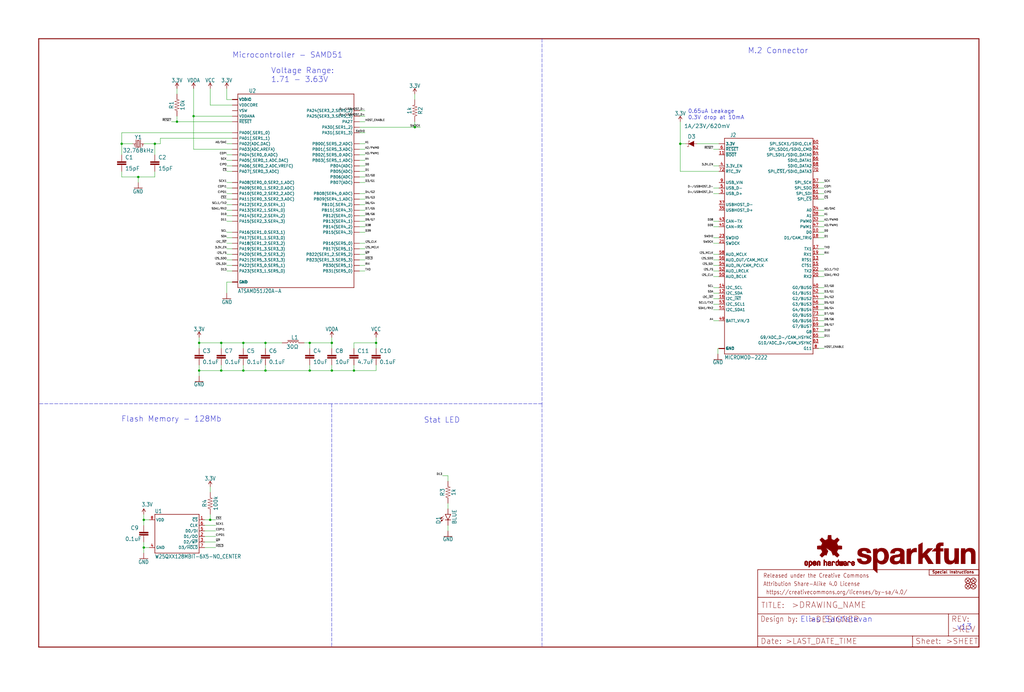
<source format=kicad_sch>
(kicad_sch (version 20211123) (generator eeschema)
  (paper "User" 470.306 317.906)
  (lib_symbols
    (symbol "schematicEagle-eagle-import:0.1UF-0402T-10V-10%-X7R"
      (property "Reference" "C" (at 1.524 2.921 0))
      (property "Value" "0.1UF-0402T-10V-10%-X7R" (at 1.524 -2.159 0))
      (symbol "0.1UF-0402T-10V-10%-X7R_1_0"
        (pin passive line (at 0 5.08 270) (length 2.54) (name "1") (number "1"))
        (pin passive line (at 0 -2.54 90) (length 2.54) (name "2") (number "2"))
      )
    )
    (symbol "schematicEagle-eagle-import:100KOHM-0402T-1{slash}16W-1%"
      (property "Reference" "R" (at 0 1.524 0))
      (property "Value" "100KOHM-0402T-1{slash}16W-1%" (at 0 -1.524 0))
      (symbol "100KOHM-0402T-1{slash}16W-1%_1_0"
        (pin passive line (at -5.08 0 0) (length 2.54) (name "1") (number "1"))
        (pin passive line (at 5.08 0 180) (length 2.54) (name "2") (number "2"))
      )
    )
    (symbol "schematicEagle-eagle-import:10KOHM-0402T-1{slash}16W-1%"
      (property "Reference" "R" (at 0 1.524 0))
      (property "Value" "10KOHM-0402T-1{slash}16W-1%" (at 0 -1.524 0))
      (symbol "10KOHM-0402T-1{slash}16W-1%_1_0"
        (pin passive line (at -5.08 0 0) (length 2.54) (name "1") (number "1"))
        (pin passive line (at 5.08 0 180) (length 2.54) (name "2") (number "2"))
      )
    )
    (symbol "schematicEagle-eagle-import:10UF-0402T-6.3V-20%"
      (property "Reference" "C" (at 1.524 2.921 0))
      (property "Value" "10UF-0402T-6.3V-20%" (at 1.524 -2.159 0))
      (symbol "10UF-0402T-6.3V-20%_1_0"
        (pin passive line (at 0 5.08 270) (length 2.54) (name "1") (number "1"))
        (pin passive line (at 0 -2.54 90) (length 2.54) (name "2") (number "2"))
      )
    )
    (symbol "schematicEagle-eagle-import:15PF-0402T-50V-5%"
      (property "Reference" "C" (at 1.524 2.921 0))
      (property "Value" "15PF-0402T-50V-5%" (at 1.524 -2.159 0))
      (symbol "15PF-0402T-50V-5%_1_0"
        (pin passive line (at 0 5.08 270) (length 2.54) (name "1") (number "1"))
        (pin passive line (at 0 -2.54 90) (length 2.54) (name "2") (number "2"))
      )
    )
    (symbol "schematicEagle-eagle-import:1KOHM-0402T-1{slash}16W-1%"
      (property "Reference" "R" (at 0 1.524 0))
      (property "Value" "1KOHM-0402T-1{slash}16W-1%" (at 0 -1.524 0))
      (symbol "1KOHM-0402T-1{slash}16W-1%_1_0"
        (pin passive line (at -5.08 0 0) (length 2.54) (name "1") (number "1"))
        (pin passive line (at 5.08 0 180) (length 2.54) (name "2") (number "2"))
      )
    )
    (symbol "schematicEagle-eagle-import:3.3V" (power)
      (property "Value" "3.3V" (at 0 2.794 0))
      (symbol "3.3V_1_0"
        (pin power_in line (at 0 0 90) (length 2.54) (name "3.3V") (number "1"))
      )
    )
    (symbol "schematicEagle-eagle-import:4.7UF-0402_TIGHT-6.3V-20%-X5R"
      (property "Reference" "C" (at 1.524 2.921 0))
      (property "Value" "4.7UF-0402_TIGHT-6.3V-20%-X5R" (at 1.524 -2.159 0))
      (symbol "4.7UF-0402_TIGHT-6.3V-20%-X5R_1_0"
        (pin passive line (at 0 5.08 270) (length 2.54) (name "1") (number "1"))
        (pin passive line (at 0 -2.54 90) (length 2.54) (name "2") (number "2"))
      )
    )
    (symbol "schematicEagle-eagle-import:ATSAMD51J20A-A"
      (property "Reference" "U" (at -27.94 41.148 0))
      (property "Value" "ATSAMD51J20A-A" (at -27.94 -50.8 0))
      (symbol "ATSAMD51J20A-A_1_0"
        (text "~" (at 17.78 27.94 0) (effects (font (size 0.508 0.4318)) (justify right)))
        (pin bidirectional line (at -30.48 22.86 0) (length 2.54) (name "PA00(,SER1_0)") (number "1"))
        (pin bidirectional line (at 27.94 0 180) (length 2.54) (name "PB07(ADC)") (number "10"))
        (pin bidirectional line (at 27.94 -5.08 180) (length 2.54) (name "PB08(SER4_0,ADC)") (number "11"))
        (pin bidirectional line (at 27.94 -7.62 180) (length 2.54) (name "PB09(SER4_1,ADC)") (number "12"))
        (pin bidirectional line (at -30.48 12.7 0) (length 2.54) (name "PA04(SER0_0,ADC)") (number "13"))
        (pin bidirectional line (at -30.48 10.16 0) (length 2.54) (name "PA05(,SER0_1,ADC,DAC)") (number "14"))
        (pin bidirectional line (at -30.48 7.62 0) (length 2.54) (name "PA06(,SER0_2,ADC,VREFC)") (number "15"))
        (pin bidirectional line (at -30.48 5.08 0) (length 2.54) (name "PA07(,SER0_3,ADC)") (number "16"))
        (pin bidirectional line (at -30.48 0 0) (length 2.54) (name "PA08(SER0_0,SER2_1,ADC)") (number "17"))
        (pin bidirectional line (at -30.48 -2.54 0) (length 2.54) (name "PA09(SER0_1,SER2_0,ADC)") (number "18"))
        (pin bidirectional line (at -30.48 -5.08 0) (length 2.54) (name "PA10(SER0_2,SER2_2,ADC)") (number "19"))
        (pin bidirectional line (at -30.48 20.32 0) (length 2.54) (name "PA01(,SER1_1)") (number "2"))
        (pin bidirectional line (at -30.48 -7.62 0) (length 2.54) (name "PA11(SER0_3,SER2_3,ADC)") (number "20"))
        (pin bidirectional line (at -30.48 38.1 0) (length 2.54) (name "VDDIO") (number "21"))
        (pin bidirectional line (at -30.48 -45.72 0) (length 2.54) (name "GND") (number "22"))
        (pin bidirectional line (at 27.94 -10.16 180) (length 2.54) (name "PB10(,SER4_2)") (number "23"))
        (pin bidirectional line (at 27.94 -12.7 180) (length 2.54) (name "PB11(,SER4_3)") (number "24"))
        (pin bidirectional line (at 27.94 -15.24 180) (length 2.54) (name "PB12(SER4_0)") (number "25"))
        (pin bidirectional line (at 27.94 -17.78 180) (length 2.54) (name "PB13(SER4_1)") (number "26"))
        (pin bidirectional line (at 27.94 -20.32 180) (length 2.54) (name "PB14(SER4_2)") (number "27"))
        (pin bidirectional line (at 27.94 -22.86 180) (length 2.54) (name "PB15(SER4_3)") (number "28"))
        (pin bidirectional line (at -30.48 -10.16 0) (length 2.54) (name "PA12(SER2_0,SER4_1)") (number "29"))
        (pin bidirectional line (at -30.48 17.78 0) (length 2.54) (name "PA02(ADC,DAC)") (number "3"))
        (pin bidirectional line (at -30.48 -12.7 0) (length 2.54) (name "PA13(SER2_1,SER4_0)") (number "30"))
        (pin bidirectional line (at -30.48 -15.24 0) (length 2.54) (name "PA14(SER2_2,SER4_2)") (number "31"))
        (pin bidirectional line (at -30.48 -17.78 0) (length 2.54) (name "PA15(SER2_3,SER4_3)") (number "32"))
        (pin bidirectional line (at -30.48 -45.72 0) (length 2.54) (name "GND") (number "33"))
        (pin bidirectional line (at -30.48 38.1 0) (length 2.54) (name "VDDIO") (number "34"))
        (pin bidirectional line (at -30.48 -22.86 0) (length 2.54) (name "PA16(SER1_0,SER3_1)") (number "35"))
        (pin bidirectional line (at -30.48 -25.4 0) (length 2.54) (name "PA17(SER1_1,SER3_0)") (number "36"))
        (pin bidirectional line (at -30.48 -27.94 0) (length 2.54) (name "PA18(SER1_2,SER3_2)") (number "37"))
        (pin bidirectional line (at -30.48 -30.48 0) (length 2.54) (name "PA19(SER1_3,SER3_3)") (number "38"))
        (pin bidirectional line (at 27.94 -27.94 180) (length 2.54) (name "PB16(SER5_0)") (number "39"))
        (pin bidirectional line (at -30.48 15.24 0) (length 2.54) (name "PA03(ADC,AREFA)") (number "4"))
        (pin bidirectional line (at 27.94 -30.48 180) (length 2.54) (name "PB17(SER5_1)") (number "40"))
        (pin bidirectional line (at -30.48 -33.02 0) (length 2.54) (name "PA20(SER5_2,SER3_2)") (number "41"))
        (pin bidirectional line (at -30.48 -35.56 0) (length 2.54) (name "PA21(SER5_3,SER3_3)") (number "42"))
        (pin bidirectional line (at -30.48 -38.1 0) (length 2.54) (name "PA22(SER3_0,SER5_1)") (number "43"))
        (pin bidirectional line (at -30.48 -40.64 0) (length 2.54) (name "PA23(SER3_1,SER5_0)") (number "44"))
        (pin bidirectional line (at 27.94 33.02 180) (length 2.54) (name "PA24(SER3_2,SER5_2)") (number "45"))
        (pin bidirectional line (at 27.94 30.48 180) (length 2.54) (name "PA25(SER3_3,SER5_3)") (number "46"))
        (pin bidirectional line (at -30.48 -45.72 0) (length 2.54) (name "GND") (number "47"))
        (pin bidirectional line (at -30.48 38.1 0) (length 2.54) (name "VDDIO") (number "48"))
        (pin bidirectional line (at 27.94 -33.02 180) (length 2.54) (name "PB22(SER1_2,SER5_2)") (number "49"))
        (pin bidirectional line (at 27.94 7.62 180) (length 2.54) (name "PB04(ADC)") (number "5"))
        (pin bidirectional line (at 27.94 -35.56 180) (length 2.54) (name "PB23(SER1_3,SER5_3)") (number "50"))
        (pin bidirectional line (at 27.94 27.94 180) (length 2.54) (name "PA27") (number "51"))
        (pin bidirectional line (at -30.48 27.94 0) (length 2.54) (name "~{RESET}") (number "52"))
        (pin bidirectional line (at -30.48 35.56 0) (length 2.54) (name "VDDCORE") (number "53"))
        (pin bidirectional line (at -30.48 -45.72 0) (length 2.54) (name "GND") (number "54"))
        (pin bidirectional line (at -30.48 33.02 0) (length 2.54) (name "VSW") (number "55"))
        (pin bidirectional line (at -30.48 38.1 0) (length 2.54) (name "VDDIO") (number "56"))
        (pin bidirectional line (at 27.94 25.4 180) (length 2.54) (name "PA30(,SER1_2)") (number "57"))
        (pin bidirectional line (at 27.94 22.86 180) (length 2.54) (name "PA31(,SER1_3)") (number "58"))
        (pin bidirectional line (at 27.94 -38.1 180) (length 2.54) (name "PB30(SER5_1)") (number "59"))
        (pin bidirectional line (at 27.94 5.08 180) (length 2.54) (name "PB05(ADC)") (number "6"))
        (pin bidirectional line (at 27.94 -40.64 180) (length 2.54) (name "PB31(SER5_0)") (number "60"))
        (pin bidirectional line (at 27.94 17.78 180) (length 2.54) (name "PB00(,SER5_2,ADC)") (number "61"))
        (pin bidirectional line (at 27.94 15.24 180) (length 2.54) (name "PB01(,SER5_3,ADC)") (number "62"))
        (pin bidirectional line (at 27.94 12.7 180) (length 2.54) (name "PB02(,SER5_0,ADC)") (number "63"))
        (pin bidirectional line (at 27.94 10.16 180) (length 2.54) (name "PB03(,SER5_1,ADC)") (number "64"))
        (pin bidirectional line (at -30.48 -45.72 0) (length 2.54) (name "GND") (number "7"))
        (pin bidirectional line (at -30.48 30.48 0) (length 2.54) (name "VDDANA") (number "8"))
        (pin bidirectional line (at 27.94 2.54 180) (length 2.54) (name "PB06(ADC)") (number "9"))
      )
    )
    (symbol "schematicEagle-eagle-import:CRYSTAL-32.768KHZSMD-3.2X1.5"
      (property "Reference" "Y" (at 0 2.032 0))
      (property "Value" "CRYSTAL-32.768KHZSMD-3.2X1.5" (at 0 -2.032 0))
      (symbol "CRYSTAL-32.768KHZSMD-3.2X1.5_1_0"
        (text "1" (at -2.159 -1.143 0) (effects (font (size 0.8636 0.734)) (justify left bottom)))
        (text "2" (at 1.524 -1.143 0) (effects (font (size 0.8636 0.734)) (justify left bottom)))
        (pin passive line (at -2.54 0 0) (length 0) (name "1") (number "P$1"))
        (pin passive line (at 2.54 0 180) (length 0) (name "2") (number "P$2"))
      )
    )
    (symbol "schematicEagle-eagle-import:DIODE-SCHOTTKY-BAT20J"
      (property "Reference" "D" (at -2.54 2.032 0))
      (property "Value" "DIODE-SCHOTTKY-BAT20J" (at -2.54 -2.032 0))
      (symbol "DIODE-SCHOTTKY-BAT20J_1_0"
        (pin passive line (at -2.54 0 0) (length 0) (name "A") (number "A"))
        (pin passive line (at 2.54 0 180) (length 0) (name "C") (number "C"))
      )
    )
    (symbol "schematicEagle-eagle-import:FERRITE_BEAD-0402-30Ω-100MHZ"
      (property "Reference" "FB" (at 1.27 2.54 0))
      (property "Value" "FERRITE_BEAD-0402-30Ω-100MHZ" (at 1.27 -2.54 0))
      (symbol "FERRITE_BEAD-0402-30Ω-100MHZ_1_0"
        (pin passive line (at 0 5.08 270) (length 2.54) (name "1") (number "1"))
        (pin passive line (at 0 -5.08 90) (length 2.54) (name "2") (number "2"))
      )
    )
    (symbol "schematicEagle-eagle-import:FIDUCIALUFIDUCIAL")
    (symbol "schematicEagle-eagle-import:FRAME-LEDGER"
      (symbol "FRAME-LEDGER_2_0"
        (text " https://creativecommons.org/licenses/by-sa/4.0/" (at 2.54 24.13 0) (effects (font (size 1.9304 1.6408)) (justify left bottom)))
        (text ">DESIGNER" (at 23.114 11.176 0) (effects (font (size 2.7432 2.7432)) (justify left bottom)))
        (text ">DRAWING_NAME" (at 15.494 17.78 0) (effects (font (size 2.7432 2.7432)) (justify left bottom)))
        (text ">LAST_DATE_TIME" (at 12.7 1.27 0) (effects (font (size 2.54 2.54)) (justify left bottom)))
        (text ">REV" (at 88.9 6.604 0) (effects (font (size 2.7432 2.7432)) (justify left bottom)))
        (text ">SHEET" (at 86.36 1.27 0) (effects (font (size 2.54 2.54)) (justify left bottom)))
        (text "Attribution Share-Alike 4.0 License" (at 2.54 27.94 0) (effects (font (size 1.9304 1.6408)) (justify left bottom)))
        (text "Date:" (at 1.27 1.27 0) (effects (font (size 2.54 2.54)) (justify left bottom)))
        (text "Design by:" (at 1.27 11.43 0) (effects (font (size 2.54 2.159)) (justify left bottom)))
        (text "Released under the Creative Commons" (at 2.54 31.75 0) (effects (font (size 1.9304 1.6408)) (justify left bottom)))
        (text "REV:" (at 88.9 11.43 0) (effects (font (size 2.54 2.54)) (justify left bottom)))
        (text "Sheet:" (at 72.39 1.27 0) (effects (font (size 2.54 2.54)) (justify left bottom)))
        (text "TITLE:" (at 1.524 17.78 0) (effects (font (size 2.54 2.54)) (justify left bottom)))
      )
    )
    (symbol "schematicEagle-eagle-import:GND" (power)
      (property "Value" "GND" (at 0 -0.254 0))
      (symbol "GND_1_0"
        (pin power_in line (at 0 2.54 270) (length 2.54) (name "GND") (number "1"))
      )
    )
    (symbol "schematicEagle-eagle-import:LED-BLUE0603"
      (property "Reference" "D" (at -3.429 -4.572 90))
      (property "Value" "LED-BLUE0603" (at 1.905 -4.572 90))
      (symbol "LED-BLUE0603_1_0"
        (pin passive line (at 0 2.54 270) (length 2.54) (name "A") (number "A"))
        (pin passive line (at 0 -5.08 90) (length 2.54) (name "C") (number "C"))
      )
    )
    (symbol "schematicEagle-eagle-import:MICROMOD-2222"
      (property "Reference" "J" (at -20.32 53.848 0))
      (property "Value" "MICROMOD-2222" (at -20.32 -48.26 0))
      (symbol "MICROMOD-2222_1_0"
        (pin bidirectional line (at -22.86 -43.18 0) (length 2.54) (name "GND") (number "1"))
        (pin bidirectional line (at 22.86 10.16 180) (length 2.54) (name "D0") (number "10"))
        (pin bidirectional line (at -22.86 45.72 0) (length 2.54) (name "~{BOOT}") (number "11"))
        (pin bidirectional line (at -22.86 -17.78 0) (length 2.54) (name "I2C_SDA") (number "12"))
        (pin bidirectional line (at 22.86 -2.54 180) (length 2.54) (name "RTS1") (number "13"))
        (pin bidirectional line (at -22.86 -15.24 0) (length 2.54) (name "I2C_SCL") (number "14"))
        (pin bidirectional line (at 22.86 -5.08 180) (length 2.54) (name "CTS1") (number "15"))
        (pin bidirectional line (at -22.86 -20.32 0) (length 2.54) (name "I2C_~{INT}") (number "16"))
        (pin bidirectional line (at 22.86 2.54 180) (length 2.54) (name "TX1") (number "17"))
        (pin bidirectional line (at 22.86 7.62 180) (length 2.54) (name "D1/CAM_TRIG") (number "18"))
        (pin bidirectional line (at 22.86 0 180) (length 2.54) (name "RX1") (number "19"))
        (pin bidirectional line (at -22.86 50.8 0) (length 2.54) (name "3.3V") (number "2"))
        (pin bidirectional line (at 22.86 -10.16 180) (length 2.54) (name "RX2") (number "20"))
        (pin bidirectional line (at -22.86 5.08 0) (length 2.54) (name "SWDCK") (number "21"))
        (pin bidirectional line (at 22.86 -7.62 180) (length 2.54) (name "TX2") (number "22"))
        (pin bidirectional line (at -22.86 7.62 0) (length 2.54) (name "SWDIO") (number "23"))
        (pin bidirectional line (at -22.86 27.94 0) (length 2.54) (name "USB_D+") (number "3"))
        (pin bidirectional line (at 22.86 15.24 180) (length 2.54) (name "PWM0") (number "32"))
        (pin bidirectional line (at -22.86 -43.18 0) (length 2.54) (name "GND") (number "33"))
        (pin bidirectional line (at 22.86 20.32 180) (length 2.54) (name "A0") (number "34"))
        (pin bidirectional line (at -22.86 20.32 0) (length 2.54) (name "USBHOST_D+") (number "35"))
        (pin bidirectional line (at -22.86 -43.18 0) (length 2.54) (name "GND") (number "36"))
        (pin bidirectional line (at -22.86 22.86 0) (length 2.54) (name "USBHOST_D-") (number "37"))
        (pin bidirectional line (at 22.86 17.78 180) (length 2.54) (name "A1") (number "38"))
        (pin bidirectional line (at -22.86 -43.18 0) (length 2.54) (name "GND") (number "39"))
        (pin bidirectional line (at -22.86 40.64 0) (length 2.54) (name "3.3V_EN") (number "4"))
        (pin bidirectional line (at 22.86 -15.24 180) (length 2.54) (name "G0/BUS0") (number "40"))
        (pin bidirectional line (at -22.86 12.7 0) (length 2.54) (name "CAN-RX") (number "41"))
        (pin bidirectional line (at 22.86 -17.78 180) (length 2.54) (name "G1/BUS1") (number "42"))
        (pin bidirectional line (at -22.86 15.24 0) (length 2.54) (name "CAN-TX") (number "43"))
        (pin bidirectional line (at 22.86 -20.32 180) (length 2.54) (name "G2/BUS2") (number "44"))
        (pin bidirectional line (at -22.86 -43.18 0) (length 2.54) (name "GND") (number "45"))
        (pin bidirectional line (at 22.86 -22.86 180) (length 2.54) (name "G3/BUS3") (number "46"))
        (pin bidirectional line (at 22.86 12.7 180) (length 2.54) (name "PWM1") (number "47"))
        (pin bidirectional line (at 22.86 -25.4 180) (length 2.54) (name "G4/BUS4") (number "48"))
        (pin bidirectional line (at -22.86 -30.48 0) (length 2.54) (name "BATT_VIN/3") (number "49"))
        (pin bidirectional line (at -22.86 30.48 0) (length 2.54) (name "USB_D-") (number "5"))
        (pin bidirectional line (at -22.86 -10.16 0) (length 2.54) (name "AUD_BCLK") (number "50"))
        (pin bidirectional line (at -22.86 -25.4 0) (length 2.54) (name "I2C_SDA1") (number "51"))
        (pin bidirectional line (at -22.86 -7.62 0) (length 2.54) (name "AUD_LRCLK") (number "52"))
        (pin bidirectional line (at -22.86 -22.86 0) (length 2.54) (name "I2C_SCL1") (number "53"))
        (pin bidirectional line (at -22.86 -5.08 0) (length 2.54) (name "AUD_IN/CAM_PCLK") (number "54"))
        (pin bidirectional line (at 22.86 25.4 180) (length 2.54) (name "SPI_~{CS}") (number "55"))
        (pin bidirectional line (at -22.86 -2.54 0) (length 2.54) (name "AUD_OUT/CAM_MCLK") (number "56"))
        (pin bidirectional line (at 22.86 33.02 180) (length 2.54) (name "SPI_SCK") (number "57"))
        (pin bidirectional line (at -22.86 0 0) (length 2.54) (name "AUD_MCLK") (number "58"))
        (pin bidirectional line (at 22.86 30.48 180) (length 2.54) (name "SPI_SDO") (number "59"))
        (pin bidirectional line (at -22.86 48.26 0) (length 2.54) (name "~{RESET}") (number "6"))
        (pin bidirectional line (at 22.86 50.8 180) (length 2.54) (name "SPI_SCK1/SDIO_CLK") (number "60"))
        (pin bidirectional line (at 22.86 27.94 180) (length 2.54) (name "SPI_SDI") (number "61"))
        (pin bidirectional line (at 22.86 48.26 180) (length 2.54) (name "SPI_SDO1/SDIO_CMD") (number "62"))
        (pin bidirectional line (at 22.86 -40.64 180) (length 2.54) (name "G10/ADC_D+/CAM_VSYNC") (number "63"))
        (pin bidirectional line (at 22.86 45.72 180) (length 2.54) (name "SPI_SDI1/SDIO_DATA0") (number "64"))
        (pin bidirectional line (at 22.86 -38.1 180) (length 2.54) (name "G9/ADC_D-/CAM_HSYNC") (number "65"))
        (pin bidirectional line (at 22.86 43.18 180) (length 2.54) (name "SDIO_DATA1") (number "66"))
        (pin bidirectional line (at 22.86 -35.56 180) (length 2.54) (name "G8") (number "67"))
        (pin bidirectional line (at 22.86 40.64 180) (length 2.54) (name "SDIO_DATA2") (number "68"))
        (pin bidirectional line (at 22.86 -33.02 180) (length 2.54) (name "G7/BUS7") (number "69"))
        (pin bidirectional line (at -22.86 -43.18 0) (length 2.54) (name "GND") (number "7"))
        (pin bidirectional line (at 22.86 38.1 180) (length 2.54) (name "SPI_~{CS1}/SDIO_DATA3") (number "70"))
        (pin bidirectional line (at 22.86 -30.48 180) (length 2.54) (name "G6/BUS6") (number "71"))
        (pin bidirectional line (at -22.86 38.1 0) (length 2.54) (name "RTC_3V") (number "72"))
        (pin bidirectional line (at 22.86 -27.94 180) (length 2.54) (name "G5/BUS5") (number "73"))
        (pin bidirectional line (at -22.86 50.8 0) (length 2.54) (name "3.3V") (number "74"))
        (pin bidirectional line (at -22.86 -43.18 0) (length 2.54) (name "GND") (number "75"))
        (pin bidirectional line (at 22.86 -43.18 180) (length 2.54) (name "G11") (number "8"))
        (pin bidirectional line (at -22.86 33.02 0) (length 2.54) (name "USB_VIN") (number "9"))
        (pin bidirectional line (at -22.86 -43.18 0) (length 2.54) (name "GND") (number "GND1"))
        (pin bidirectional line (at -22.86 -43.18 0) (length 2.54) (name "GND") (number "GND2"))
        (pin bidirectional line (at -22.86 -43.18 0) (length 2.54) (name "GND") (number "GND3"))
      )
    )
    (symbol "schematicEagle-eagle-import:OSHW-LOGOMINI")
    (symbol "schematicEagle-eagle-import:SFE_LOGO_NAME.1_INCH")
    (symbol "schematicEagle-eagle-import:SPECIAL_INSTRUCTIONS-ORDERING"
      (symbol "SPECIAL_INSTRUCTIONS-ORDERING_1_0"
        (text "Special Instructions" (at 1.27 0.6985 0) (effects (font (size 1.27 1.27) (thickness 0.254) bold) (justify left bottom)))
      )
    )
    (symbol "schematicEagle-eagle-import:VCC" (power)
      (property "Value" "VCC" (at 0 2.794 0))
      (symbol "VCC_1_0"
        (pin power_in line (at 0 0 90) (length 2.54) (name "VCC") (number "1"))
      )
    )
    (symbol "schematicEagle-eagle-import:VDDA" (power)
      (property "Value" "VDDA" (at 0 2.794 0))
      (symbol "VDDA_1_0"
        (pin power_in line (at 0 0 90) (length 2.54) (name "VDDA") (number "1"))
      )
    )
    (symbol "schematicEagle-eagle-import:W25QXX128MBIT-6X5-NO_CENTER"
      (property "Reference" "U" (at -10.16 8.128 0))
      (property "Value" "W25QXX128MBIT-6X5-NO_CENTER" (at -10.16 -12.7 0))
      (symbol "W25QXX128MBIT-6X5-NO_CENTER_1_0"
        (pin bidirectional line (at 12.7 5.08 180) (length 2.54) (name "~{CS}") (number "1"))
        (pin bidirectional line (at 12.7 -2.54 180) (length 2.54) (name "D1/DO") (number "2"))
        (pin bidirectional line (at 12.7 -5.08 180) (length 2.54) (name "D2/~{WP}") (number "3"))
        (pin bidirectional line (at -12.7 -7.62 0) (length 2.54) (name "GND") (number "4"))
        (pin bidirectional line (at 12.7 0 180) (length 2.54) (name "D0/DI") (number "5"))
        (pin bidirectional line (at 12.7 2.54 180) (length 2.54) (name "CLK") (number "6"))
        (pin bidirectional line (at 12.7 -7.62 180) (length 2.54) (name "D3/~{HOLD}") (number "7"))
        (pin bidirectional line (at -12.7 5.08 0) (length 2.54) (name "VDD") (number "8"))
      )
    )
  )
  (junction (at 121.92 157.48))
  (junction (at 71.12 66.04))
  (junction (at 312.42 66.04))
  (junction (at 190.5 58.42))
  (junction (at 96.52 238.76))
  (junction (at 81.28 55.88))
  (junction (at 91.44 157.48))
  (junction (at 55.88 66.04))
  (junction (at 101.6 170.18))
  (junction (at 142.24 170.18))
  (junction (at 63.5 81.28))
  (junction (at 121.92 170.18))
  (junction (at 88.9 53.34))
  (junction (at 162.56 170.18))
  (junction (at 111.76 157.48))
  (junction (at 172.72 157.48))
  (junction (at 101.6 157.48))
  (junction (at 66.04 251.46))
  (junction (at 152.4 170.18))
  (junction (at 66.04 238.76))
  (junction (at 111.76 170.18))
  (junction (at 142.24 157.48))
  (junction (at 152.4 157.48))
  (junction (at 91.44 170.18))
  (wire (pts (xy 330.2 86.36) (xy 327.66 86.36)))
  (wire (pts (xy 165.1 121.92) (xy 167.64 121.92)))
  (wire (pts (xy 165.1 91.44) (xy 167.64 91.44)))
  (wire (pts (xy 121.92 167.64) (xy 121.92 170.18)))
  (wire (pts (xy 106.68 73.66) (xy 104.14 73.66)))
  (wire (pts (xy 165.1 116.84) (xy 167.64 116.84)))
  (wire (pts (xy 330.2 134.62) (xy 327.66 134.62)))
  (polyline (pts (xy 152.4 185.42) (xy 17.78 185.42)))
  (wire (pts (xy 55.88 81.28) (xy 63.5 81.28)))
  (wire (pts (xy 142.24 167.64) (xy 142.24 170.18)))
  (wire (pts (xy 162.56 167.64) (xy 162.56 170.18)))
  (wire (pts (xy 111.76 157.48) (xy 101.6 157.48)))
  (wire (pts (xy 375.92 152.4) (xy 378.46 152.4)))
  (wire (pts (xy 152.4 160.02) (xy 152.4 157.48)))
  (wire (pts (xy 165.1 93.98) (xy 167.64 93.98)))
  (wire (pts (xy 104.14 129.54) (xy 106.68 129.54)))
  (wire (pts (xy 106.68 93.98) (xy 104.14 93.98)))
  (wire (pts (xy 93.98 238.76) (xy 96.52 238.76)))
  (wire (pts (xy 165.1 106.68) (xy 167.64 106.68)))
  (wire (pts (xy 330.2 101.6) (xy 327.66 101.6)))
  (wire (pts (xy 375.92 96.52) (xy 378.46 96.52)))
  (wire (pts (xy 162.56 170.18) (xy 152.4 170.18)))
  (wire (pts (xy 165.1 55.88) (xy 167.64 55.88)))
  (wire (pts (xy 330.2 119.38) (xy 327.66 119.38)))
  (wire (pts (xy 330.2 124.46) (xy 327.66 124.46)))
  (wire (pts (xy 375.92 101.6) (xy 378.46 101.6)))
  (wire (pts (xy 375.92 127) (xy 378.46 127)))
  (wire (pts (xy 111.76 167.64) (xy 111.76 170.18)))
  (wire (pts (xy 330.2 88.9) (xy 327.66 88.9)))
  (wire (pts (xy 68.58 251.46) (xy 66.04 251.46)))
  (wire (pts (xy 375.92 149.86) (xy 378.46 149.86)))
  (wire (pts (xy 66.04 251.46) (xy 66.04 254)))
  (wire (pts (xy 375.92 124.46) (xy 378.46 124.46)))
  (wire (pts (xy 165.1 83.82) (xy 167.64 83.82)))
  (wire (pts (xy 205.74 218.44) (xy 203.2 218.44)))
  (wire (pts (xy 121.92 170.18) (xy 111.76 170.18)))
  (wire (pts (xy 330.2 160.02) (xy 329.714 160.036)))
  (wire (pts (xy 165.1 119.38) (xy 167.64 119.38)))
  (wire (pts (xy 106.68 96.52) (xy 104.14 96.52)))
  (wire (pts (xy 167.64 99.06) (xy 165.1 99.06)))
  (wire (pts (xy 375.92 160.02) (xy 378.46 160.02)))
  (wire (pts (xy 375.92 139.7) (xy 378.46 139.7)))
  (wire (pts (xy 55.88 66.04) (xy 60.96 66.04)))
  (polyline (pts (xy 152.4 185.42) (xy 152.4 297.18)))
  (wire (pts (xy 81.28 55.88) (xy 78.74 55.88)))
  (wire (pts (xy 104.14 99.06) (xy 106.68 99.06)))
  (wire (pts (xy 327.66 137.16) (xy 330.2 137.16)))
  (wire (pts (xy 106.68 121.92) (xy 104.14 121.92)))
  (wire (pts (xy 375.92 88.9) (xy 378.46 88.9)))
  (wire (pts (xy 111.76 170.18) (xy 101.6 170.18)))
  (wire (pts (xy 162.56 157.48) (xy 172.72 157.48)))
  (wire (pts (xy 106.68 60.96) (xy 55.88 60.96)))
  (wire (pts (xy 101.6 167.64) (xy 101.6 170.18)))
  (polyline (pts (xy 248.92 185.42) (xy 248.92 297.18)))
  (wire (pts (xy 375.92 99.06) (xy 378.46 99.06)))
  (wire (pts (xy 320.04 66.04) (xy 330.2 66.04)))
  (wire (pts (xy 91.44 167.64) (xy 91.44 170.18)))
  (wire (pts (xy 314.96 66.04) (xy 312.42 66.04)))
  (wire (pts (xy 55.88 66.04) (xy 55.88 60.96)))
  (wire (pts (xy 205.74 220.98) (xy 205.74 218.44)))
  (wire (pts (xy 93.98 251.46) (xy 99.06 251.46)))
  (wire (pts (xy 330.2 78.74) (xy 312.42 78.74)))
  (wire (pts (xy 375.92 132.08) (xy 378.46 132.08)))
  (wire (pts (xy 63.5 81.28) (xy 63.5 83.82)))
  (wire (pts (xy 106.68 71.12) (xy 104.14 71.12)))
  (wire (pts (xy 104.14 134.62) (xy 104.14 129.54)))
  (wire (pts (xy 172.72 170.18) (xy 162.56 170.18)))
  (wire (pts (xy 165.1 58.42) (xy 190.5 58.42)))
  (wire (pts (xy 165.1 101.6) (xy 167.64 101.6)))
  (wire (pts (xy 106.68 48.26) (xy 96.52 48.26)))
  (wire (pts (xy 165.1 96.52) (xy 167.64 96.52)))
  (wire (pts (xy 106.68 91.44) (xy 104.14 91.44)))
  (wire (pts (xy 88.9 53.34) (xy 88.9 40.64)))
  (wire (pts (xy 139.7 157.48) (xy 142.24 157.48)))
  (wire (pts (xy 66.04 248.92) (xy 66.04 251.46)))
  (wire (pts (xy 330.2 132.08) (xy 327.66 132.08)))
  (wire (pts (xy 106.68 106.68) (xy 104.14 106.68)))
  (wire (pts (xy 165.1 104.14) (xy 167.64 104.14)))
  (wire (pts (xy 93.98 248.92) (xy 99.06 248.92)))
  (wire (pts (xy 375.92 144.78) (xy 378.46 144.78)))
  (wire (pts (xy 330.2 121.92) (xy 327.66 121.92)))
  (wire (pts (xy 106.68 55.88) (xy 81.28 55.88)))
  (wire (pts (xy 106.68 53.34) (xy 88.9 53.34)))
  (wire (pts (xy 55.88 78.74) (xy 55.88 81.28)))
  (wire (pts (xy 96.52 238.76) (xy 99.06 238.76)))
  (wire (pts (xy 205.74 231.14) (xy 205.74 233.68)))
  (wire (pts (xy 101.6 160.02) (xy 101.6 157.48)))
  (wire (pts (xy 68.58 238.76) (xy 66.04 238.76)))
  (wire (pts (xy 165.1 78.74) (xy 167.64 78.74)))
  (wire (pts (xy 329.714 160.036) (xy 329.714 162.576)))
  (wire (pts (xy 152.4 157.48) (xy 152.4 154.94)))
  (wire (pts (xy 375.92 114.3) (xy 378.46 114.3)))
  (wire (pts (xy 106.68 45.72) (xy 104.14 45.72)))
  (wire (pts (xy 375.92 83.82) (xy 378.46 83.82)))
  (wire (pts (xy 96.52 48.26) (xy 96.52 40.64)))
  (wire (pts (xy 104.14 101.6) (xy 106.68 101.6)))
  (wire (pts (xy 71.12 81.28) (xy 71.12 78.74)))
  (wire (pts (xy 106.68 119.38) (xy 104.14 119.38)))
  (wire (pts (xy 165.1 73.66) (xy 167.64 73.66)))
  (wire (pts (xy 121.92 157.48) (xy 111.76 157.48)))
  (wire (pts (xy 73.66 63.5) (xy 73.66 66.04)))
  (wire (pts (xy 93.98 243.84) (xy 99.06 243.84)))
  (wire (pts (xy 106.68 68.58) (xy 88.9 68.58)))
  (wire (pts (xy 152.4 167.64) (xy 152.4 170.18)))
  (polyline (pts (xy 248.92 17.78) (xy 248.92 185.42)))
  (wire (pts (xy 106.68 116.84) (xy 104.14 116.84)))
  (wire (pts (xy 190.5 58.42) (xy 190.5 55.88)))
  (wire (pts (xy 165.1 81.28) (xy 167.64 81.28)))
  (wire (pts (xy 101.6 157.48) (xy 91.44 157.48)))
  (wire (pts (xy 172.72 160.02) (xy 172.72 157.48)))
  (wire (pts (xy 55.88 71.12) (xy 55.88 66.04)))
  (wire (pts (xy 165.1 53.34) (xy 167.64 53.34)))
  (wire (pts (xy 104.14 111.76) (xy 106.68 111.76)))
  (wire (pts (xy 330.2 109.22) (xy 327.66 109.22)))
  (wire (pts (xy 106.68 76.2) (xy 104.14 76.2)))
  (wire (pts (xy 106.68 78.74) (xy 104.14 78.74)))
  (wire (pts (xy 375.92 106.68) (xy 378.46 106.68)))
  (wire (pts (xy 81.28 40.64) (xy 81.28 43.18)))
  (wire (pts (xy 375.92 137.16) (xy 378.46 137.16)))
  (wire (pts (xy 96.52 236.22) (xy 96.52 238.76)))
  (wire (pts (xy 91.44 160.02) (xy 91.44 157.48)))
  (wire (pts (xy 375.92 109.22) (xy 378.46 109.22)))
  (wire (pts (xy 162.56 160.02) (xy 162.56 157.48)))
  (wire (pts (xy 165.1 50.8) (xy 167.64 50.8)))
  (wire (pts (xy 190.5 58.42) (xy 193.04 58.42)))
  (wire (pts (xy 106.68 66.04) (xy 104.14 66.04)))
  (wire (pts (xy 93.98 241.3) (xy 99.06 241.3)))
  (wire (pts (xy 96.52 226.06) (xy 96.52 223.52)))
  (wire (pts (xy 375.92 91.44) (xy 378.46 91.44)))
  (wire (pts (xy 142.24 157.48) (xy 152.4 157.48)))
  (wire (pts (xy 71.12 66.04) (xy 66.04 66.04)))
  (wire (pts (xy 129.54 157.48) (xy 121.92 157.48)))
  (wire (pts (xy 375.92 86.36) (xy 378.46 86.36)))
  (wire (pts (xy 165.1 88.9) (xy 167.64 88.9)))
  (wire (pts (xy 375.92 134.62) (xy 378.46 134.62)))
  (wire (pts (xy 165.1 76.2) (xy 167.64 76.2)))
  (wire (pts (xy 142.24 160.02) (xy 142.24 157.48)))
  (wire (pts (xy 93.98 246.38) (xy 99.06 246.38)))
  (wire (pts (xy 330.2 127) (xy 327.66 127)))
  (wire (pts (xy 375.92 104.14) (xy 378.46 104.14)))
  (wire (pts (xy 375.92 154.94) (xy 378.46 154.94)))
  (wire (pts (xy 205.74 243.84) (xy 205.74 241.3)))
  (wire (pts (xy 312.42 78.74) (xy 312.42 66.04)))
  (wire (pts (xy 330.2 76.2) (xy 327.66 76.2)))
  (wire (pts (xy 165.1 60.96) (xy 167.64 60.96)))
  (wire (pts (xy 327.66 116.84) (xy 330.2 116.84)))
  (wire (pts (xy 330.2 147.32) (xy 327.66 147.32)))
  (wire (pts (xy 165.1 71.12) (xy 167.64 71.12)))
  (wire (pts (xy 101.6 170.18) (xy 91.44 170.18)))
  (wire (pts (xy 152.4 170.18) (xy 142.24 170.18)))
  (wire (pts (xy 330.2 139.7) (xy 327.66 139.7)))
  (wire (pts (xy 91.44 157.48) (xy 91.44 154.94)))
  (wire (pts (xy 165.1 66.04) (xy 167.64 66.04)))
  (wire (pts (xy 375.92 116.84) (xy 378.46 116.84)))
  (wire (pts (xy 63.5 81.28) (xy 71.12 81.28)))
  (wire (pts (xy 111.76 160.02) (xy 111.76 157.48)))
  (wire (pts (xy 165.1 68.58) (xy 167.64 68.58)))
  (wire (pts (xy 106.68 88.9) (xy 104.14 88.9)))
  (wire (pts (xy 106.68 83.82) (xy 104.14 83.82)))
  (wire (pts (xy 375.92 142.24) (xy 378.46 142.24)))
  (wire (pts (xy 106.68 63.5) (xy 73.66 63.5)))
  (polyline (pts (xy 248.92 185.42) (xy 152.4 185.42)))
  (wire (pts (xy 71.12 71.12) (xy 71.12 66.04)))
  (wire (pts (xy 330.2 68.58) (xy 327.66 68.58)))
  (wire (pts (xy 190.5 45.72) (xy 190.5 43.18)))
  (wire (pts (xy 165.1 124.46) (xy 167.64 124.46)))
  (wire (pts (xy 172.72 167.64) (xy 172.72 170.18)))
  (wire (pts (xy 165.1 114.3) (xy 167.64 114.3)))
  (wire (pts (xy 330.2 111.76) (xy 327.66 111.76)))
  (wire (pts (xy 104.14 124.46) (xy 106.68 124.46)))
  (wire (pts (xy 165.1 111.76) (xy 167.64 111.76)))
  (wire (pts (xy 142.24 170.18) (xy 121.92 170.18)))
  (wire (pts (xy 106.68 86.36) (xy 104.14 86.36)))
  (wire (pts (xy 172.72 157.48) (xy 172.72 154.94)))
  (wire (pts (xy 330.2 104.14) (xy 327.66 104.14)))
  (wire (pts (xy 81.28 55.88) (xy 81.28 53.34)))
  (wire (pts (xy 88.9 68.58) (xy 88.9 53.34)))
  (wire (pts (xy 121.92 160.02) (xy 121.92 157.48)))
  (wire (pts (xy 312.42 66.04) (xy 312.42 55.88)))
  (wire (pts (xy 106.68 109.22) (xy 104.14 109.22)))
  (wire (pts (xy 91.44 170.18) (xy 91.44 172.72)))
  (wire (pts (xy 66.04 238.76) (xy 66.04 236.22)))
  (wire (pts (xy 66.04 241.3) (xy 66.04 238.76)))
  (wire (pts (xy 330.2 142.24) (xy 327.66 142.24)))
  (wire (pts (xy 71.12 66.04) (xy 73.66 66.04)))
  (wire (pts (xy 104.14 45.72) (xy 104.14 40.64)))
  (wire (pts (xy 104.14 114.3) (xy 106.68 114.3)))
  (wire (pts (xy 375.92 147.32) (xy 378.46 147.32)))
  (text "Microcontroller - SAMD51" (at 132.08 25.4 180) (effects (font (size 2.54 2.54))))
  (text "Elias Santistevan" (at 367.538 286.004 180) (effects (font (size 2.54 2.54)) (justify left bottom)))
  (text "Flash Memory - 128Mb" (at 78.74 192.532 180) (effects (font (size 2.54 2.54))))
  (text "Voltage Range:\n1.71 - 3.63V" (at 124.46 38.1 180) (effects (font (size 2.54 2.54)) (justify left bottom)))
  (text "v13" (at 439.42 289.56 180) (effects (font (size 2.54 2.54)) (justify left bottom)))
  (text "M.2 Connector" (at 357.32 23.4 180) (effects (font (size 2.54 2.54))))
  (text "0.65uA Leakage\n0.3V drop at 10mA" (at 315.976 55.118 180) (effects (font (size 1.778 1.778)) (justify left bottom)))
  (text "Stat LED" (at 202.946 193.04 180) (effects (font (size 2.54 2.54))))
  (label "D11" (at 104.14 101.6 180) (effects (font (size 0.889 0.889))))
  (label "I2S_FS" (at 327.66 124.46 180) (effects (font (size 0.889 0.889))))
  (label "D10" (at 104.14 99.06 180) (effects (font (size 0.889 0.889))))
  (label "A1" (at 378.46 99.06 0) (effects (font (size 0.889 0.889))))
  (label "D13" (at 104.14 124.46 180) (effects (font (size 0.889 0.889))))
  (label "D+/USBHOST_D+" (at 327.66 88.9 180) (effects (font (size 0.889 0.889))))
  (label "~{CS1}" (at 99.06 238.76 0) (effects (font (size 0.889 0.889))))
  (label "D7/G5" (at 167.64 96.52 0) (effects (font (size 0.889 0.889))))
  (label "SWDCK" (at 327.66 111.76 180) (effects (font (size 0.889 0.889))))
  (label "D9/G7" (at 378.46 149.86 0) (effects (font (size 0.889 0.889))))
  (label "I2S_SDO" (at 327.66 119.38 180) (effects (font (size 0.889 0.889))))
  (label "I2S_SDO" (at 104.14 119.38 180) (effects (font (size 0.889 0.889))))
  (label "~{RESET}" (at 327.66 68.58 180) (effects (font (size 0.889 0.889))))
  (label "SDA1/RX2" (at 378.46 127 0) (effects (font (size 0.889 0.889))))
  (label "~{WP}" (at 167.64 116.84 0) (effects (font (size 0.889 0.889))))
  (label "A2/PWM0" (at 167.64 68.58 0) (effects (font (size 0.889 0.889))))
  (label "~{CS}" (at 104.14 78.74 180) (effects (font (size 0.889 0.889))))
  (label "D4/G2" (at 167.64 88.9 0) (effects (font (size 0.889 0.889))))
  (label "I2C_~{INT}" (at 327.66 137.16 180) (effects (font (size 0.889 0.889))))
  (label "A4" (at 327.66 147.32 180) (effects (font (size 0.889 0.889))))
  (label "SDA" (at 104.14 109.22 180) (effects (font (size 0.889 0.889))))
  (label "D10" (at 378.46 152.4 0) (effects (font (size 0.889 0.889))))
  (label "SDA1/RX2" (at 104.14 96.52 180) (effects (font (size 0.889 0.889))))
  (label "I2C_~{INT}" (at 104.14 111.76 180) (effects (font (size 0.889 0.889))))
  (label "HOST_ENABLE" (at 167.64 55.88 0) (effects (font (size 0.889 0.889))))
  (label "I2S_MCLK" (at 327.66 116.84 180) (effects (font (size 0.889 0.889))))
  (label "RXI" (at 378.46 116.84 0) (effects (font (size 0.889 0.889))))
  (label "D5/G3" (at 378.46 139.7 0) (effects (font (size 0.889 0.889))))
  (label "SCL" (at 327.66 132.08 180) (effects (font (size 0.889 0.889))))
  (label "D+/USBHOST_D+" (at 167.64 53.34 180) (effects (font (size 0.889 0.889))))
  (label "COPI" (at 378.46 86.36 0) (effects (font (size 0.889 0.889))))
  (label "SWDIO" (at 167.64 60.96 180) (effects (font (size 0.889 0.889))))
  (label "D-/USBHOST_D-" (at 167.64 50.8 180) (effects (font (size 0.889 0.889))))
  (label "CIPO" (at 378.46 88.9 0) (effects (font (size 0.889 0.889))))
  (label "3.3V_EN" (at 104.14 114.3 180) (effects (font (size 0.889 0.889))))
  (label "A3/PWM1" (at 167.64 71.12 0) (effects (font (size 0.889 0.889))))
  (label "~{HOLD}" (at 167.64 119.38 0) (effects (font (size 0.889 0.889))))
  (label "SWDCK" (at 193.04 58.42 180) (effects (font (size 0.889 0.889))))
  (label "HOST_ENABLE" (at 378.46 160.02 0) (effects (font (size 0.889 0.889))))
  (label "I2S_FS" (at 104.14 116.84 180) (effects (font (size 0.889 0.889))))
  (label "D3/G1" (at 167.64 83.82 0) (effects (font (size 0.889 0.889))))
  (label "D4/G2" (at 378.46 137.16 0) (effects (font (size 0.889 0.889))))
  (label "3.3V_EN" (at 327.66 76.2 180) (effects (font (size 0.889 0.889))))
  (label "D6/G4" (at 378.46 142.24 0) (effects (font (size 0.889 0.889))))
  (label "RXI" (at 167.64 121.92 0) (effects (font (size 0.889 0.889))))
  (label "I2S_MCLK" (at 167.64 114.3 0) (effects (font (size 0.889 0.889))))
  (label "TXO" (at 378.46 114.3 0) (effects (font (size 0.889 0.889))))
  (label "~{WP}" (at 99.06 248.92 0) (effects (font (size 0.889 0.889))))
  (label "D0" (at 378.46 106.68 0) (effects (font (size 0.889 0.889))))
  (label "D9/G7" (at 167.64 101.6 0) (effects (font (size 0.889 0.889))))
  (label "SCK1" (at 104.14 83.82 180) (effects (font (size 0.889 0.889))))
  (label "~{CS}" (at 378.46 91.44 0) (effects (font (size 0.889 0.889))))
  (label "D2/G0" (at 167.64 81.28 0) (effects (font (size 0.889 0.889))))
  (label "SCK1" (at 99.06 241.3 0) (effects (font (size 0.889 0.889))))
  (label "A4" (at 167.64 73.66 0) (effects (font (size 0.889 0.889))))
  (label "SCL1/TX2" (at 104.14 93.98 180) (effects (font (size 0.889 0.889))))
  (label "D39" (at 167.64 106.68 0) (effects (font (size 0.889 0.889))))
  (label "I2S_SDI" (at 104.14 121.92 180) (effects (font (size 0.889 0.889))))
  (label "D11" (at 378.46 154.94 0) (effects (font (size 0.889 0.889))))
  (label "CIPO1" (at 99.06 246.38 0) (effects (font (size 0.889 0.889))))
  (label "D1" (at 167.64 78.74 0) (effects (font (size 0.889 0.889))))
  (label "SCK" (at 378.46 83.82 0) (effects (font (size 0.889 0.889))))
  (label "COPI" (at 104.14 71.12 180) (effects (font (size 0.889 0.889))))
  (label "A0/DAC" (at 378.46 96.52 0) (effects (font (size 0.889 0.889))))
  (label "D5/G3" (at 167.64 91.44 0) (effects (font (size 0.889 0.889))))
  (label "A0/DAC" (at 104.14 66.04 180) (effects (font (size 0.889 0.889))))
  (label "~{CS1}" (at 104.14 91.44 180) (effects (font (size 0.889 0.889))))
  (label "A2/PWM0" (at 378.46 101.6 0) (effects (font (size 0.889 0.889))))
  (label "SDA" (at 327.66 134.62 180) (effects (font (size 0.889 0.889))))
  (label "D-/USBHOST_D-" (at 327.66 86.36 180) (effects (font (size 0.889 0.889))))
  (label "D3/G1" (at 378.46 134.62 0) (effects (font (size 0.889 0.889))))
  (label "~{RESET}" (at 78.74 55.88 180) (effects (font (size 0.889 0.889))))
  (label "SWDIO" (at 327.66 109.22 180) (effects (font (size 0.889 0.889))))
  (label "CIPO1" (at 104.14 88.9 180) (effects (font (size 0.889 0.889))))
  (label "I2S_SDI" (at 327.66 121.92 180) (effects (font (size 0.889 0.889))))
  (label "COPI1" (at 104.14 86.36 180) (effects (font (size 0.889 0.889))))
  (label "D7/G5" (at 378.46 144.78 0) (effects (font (size 0.889 0.889))))
  (label "D1" (at 378.46 109.22 0) (effects (font (size 0.889 0.889))))
  (label "SCL" (at 104.14 106.68 180) (effects (font (size 0.889 0.889))))
  (label "D39" (at 327.66 104.14 180) (effects (font (size 0.889 0.889))))
  (label "D38" (at 167.64 104.14 0) (effects (font (size 0.889 0.889))))
  (label "D38" (at 327.66 101.6 180) (effects (font (size 0.889 0.889))))
  (label "A1" (at 167.64 66.04 0) (effects (font (size 0.889 0.889))))
  (label "D13" (at 203.2 218.44 180) (effects (font (size 0.889 0.889))))
  (label "D0" (at 167.64 76.2 0) (effects (font (size 0.889 0.889))))
  (label "D8/G6" (at 378.46 147.32 0) (effects (font (size 0.889 0.889))))
  (label "I2S_CLK" (at 327.66 127 180) (effects (font (size 0.889 0.889))))
  (label "A3/PWM1" (at 378.46 104.14 0) (effects (font (size 0.889 0.889))))
  (label "CIPO" (at 104.14 76.2 180) (effects (font (size 0.889 0.889))))
  (label "D2/G0" (at 378.46 132.08 0) (effects (font (size 0.889 0.889))))
  (label "D8/G6" (at 167.64 99.06 0) (effects (font (size 0.889 0.889))))
  (label "~{HOLD}" (at 99.06 251.46 0) (effects (font (size 0.889 0.889))))
  (label "SCL1/TX2" (at 378.46 124.46 0) (effects (font (size 0.889 0.889))))
  (label "SCL1/TX2" (at 327.66 139.7 180) (effects (font (size 0.889 0.889))))
  (label "I2S_CLK" (at 167.64 111.76 0) (effects (font (size 0.889 0.889))))
  (label "D6/G4" (at 167.64 93.98 0) (effects (font (size 0.889 0.889))))
  (label "SCK" (at 104.14 73.66 180) (effects (font (size 0.889 0.889))))
  (label "SDA1/RX2" (at 327.66 142.24 180) (effects (font (size 0.889 0.889))))
  (label "COPI1" (at 99.06 243.84 0) (effects (font (size 0.889 0.889))))
  (label "TXO" (at 167.64 124.46 0) (effects (font (size 0.889 0.889))))
  (symbol (lib_id "schematicEagle-eagle-import:1KOHM-0402T-1{slash}16W-1%") (at 205.74 226.06 90) (unit 1)
    (property "Reference" "R3" (at 204.216 226.06 0) (effects (font (size 1.778 1.778)) (justify bottom)))
    (property "Value" "1k" (at 207.264 226.06 0) (effects (font (size 1.778 1.778)) (justify top)))
    (property "Footprint" "schematicEagle:0402-TIGHT" (effects hide))
  )
  (symbol (lib_id "schematicEagle-eagle-import:LED-BLUE0603") (at 205.74 236.22 0) (unit 1)
    (property "Reference" "D1" (at 202.311 240.792 90) (effects (font (size 1.778 1.778)) (justify left bottom)))
    (property "Value" "BLUE" (at 207.645 240.792 90) (effects (font (size 1.778 1.778)) (justify left top)))
    (property "Footprint" "schematicEagle:LED-0603" (effects hide))
  )
  (symbol (lib_id "schematicEagle-eagle-import:GND") (at 329.714 165.116 0) (unit 1)
    (property "Reference" "#GND5" (effects hide))
    (property "Value" "GND" (at 329.714 165.37 0) (effects (font (size 1.778 1.5113)) (justify top)))
    (property "Footprint" "schematicEagle:" (effects hide))
  )
  (symbol (lib_id "schematicEagle-eagle-import:VDDA") (at 88.9 40.64 0) (unit 1)
    (property "Reference" "#U$2" (effects hide))
    (property "Value" "VDDA" (at 88.9 37.846 0) (effects (font (size 1.778 1.5113)) (justify bottom)))
    (property "Footprint" "schematicEagle:" (effects hide))
  )
  (symbol (lib_id "schematicEagle-eagle-import:GND") (at 66.04 256.54 0) (unit 1)
    (property "Reference" "#GND1" (effects hide))
    (property "Value" "GND" (at 63.5 259.08 0) (effects (font (size 1.778 1.5113)) (justify left bottom)))
    (property "Footprint" "schematicEagle:" (effects hide))
  )
  (symbol (lib_id "schematicEagle-eagle-import:10KOHM-0402T-1{slash}16W-1%") (at 81.28 48.26 90) (unit 1)
    (property "Reference" "R1" (at 79.756 48.26 0) (effects (font (size 1.778 1.778)) (justify bottom)))
    (property "Value" "10k" (at 82.804 48.26 0) (effects (font (size 1.778 1.778)) (justify top)))
    (property "Footprint" "schematicEagle:0402-TIGHT" (effects hide))
  )
  (symbol (lib_id "schematicEagle-eagle-import:FERRITE_BEAD-0402-30Ω-100MHZ") (at 134.62 157.48 90) (unit 1)
    (property "Reference" "L1" (at 133.604 155.956 90) (effects (font (size 1.778 1.778)) (justify right top)))
    (property "Value" "30Ω" (at 137.16 160.274 90) (effects (font (size 1.778 1.778)) (justify left top)))
    (property "Footprint" "schematicEagle:0402-TIGHT" (effects hide))
  )
  (symbol (lib_id "schematicEagle-eagle-import:0.1UF-0402T-10V-10%-X7R") (at 111.76 165.1 0) (unit 1)
    (property "Reference" "C5" (at 113.284 162.179 0) (effects (font (size 1.778 1.778)) (justify left bottom)))
    (property "Value" "0.1uF" (at 113.284 167.259 0) (effects (font (size 1.778 1.778)) (justify left bottom)))
    (property "Footprint" "schematicEagle:0402-TIGHT" (effects hide))
  )
  (symbol (lib_id "schematicEagle-eagle-import:GND") (at 104.14 137.16 0) (mirror y) (unit 1)
    (property "Reference" "#GND2" (effects hide))
    (property "Value" "GND" (at 106.68 139.7 0) (effects (font (size 1.778 1.5113)) (justify left bottom)))
    (property "Footprint" "schematicEagle:" (effects hide))
  )
  (symbol (lib_id "schematicEagle-eagle-import:3.3V") (at 190.5 43.18 0) (mirror y) (unit 1)
    (property "Reference" "#SUPPLY9" (effects hide))
    (property "Value" "3.3V" (at 190.5 40.386 0) (effects (font (size 1.778 1.5113)) (justify bottom)))
    (property "Footprint" "schematicEagle:" (effects hide))
  )
  (symbol (lib_id "schematicEagle-eagle-import:100KOHM-0402T-1{slash}16W-1%") (at 96.52 231.14 90) (unit 1)
    (property "Reference" "R4" (at 94.996 231.14 0) (effects (font (size 1.778 1.778)) (justify bottom)))
    (property "Value" "100k" (at 98.044 231.14 0) (effects (font (size 1.778 1.778)) (justify top)))
    (property "Footprint" "schematicEagle:0402-TIGHT" (effects hide))
  )
  (symbol (lib_id "schematicEagle-eagle-import:VDDA") (at 152.4 154.94 0) (unit 1)
    (property "Reference" "#U$3" (effects hide))
    (property "Value" "VDDA" (at 152.4 152.146 0) (effects (font (size 1.778 1.5113)) (justify bottom)))
    (property "Footprint" "schematicEagle:" (effects hide))
  )
  (symbol (lib_id "schematicEagle-eagle-import:FIDUCIALUFIDUCIAL") (at 444.5 266.7 0) (unit 1)
    (property "Reference" "FD7" (effects hide))
    (property "Value" "FIDUCIALUFIDUCIAL" (effects hide))
    (property "Footprint" "schematicEagle:FIDUCIAL-MICRO" (effects hide))
  )
  (symbol (lib_id "schematicEagle-eagle-import:10UF-0402T-6.3V-20%") (at 152.4 165.1 0) (unit 1)
    (property "Reference" "C8" (at 153.924 162.179 0) (effects (font (size 1.778 1.778)) (justify left bottom)))
    (property "Value" "10uF" (at 153.924 167.259 0) (effects (font (size 1.778 1.778)) (justify left bottom)))
    (property "Footprint" "schematicEagle:0402-TIGHT" (effects hide))
  )
  (symbol (lib_id "schematicEagle-eagle-import:3.3V") (at 312.42 55.88 0) (unit 1)
    (property "Reference" "#SUPPLY4" (effects hide))
    (property "Value" "3.3V" (at 312.42 53.086 0) (effects (font (size 1.778 1.5113)) (justify bottom)))
    (property "Footprint" "schematicEagle:" (effects hide))
  )
  (symbol (lib_id "schematicEagle-eagle-import:CRYSTAL-32.768KHZSMD-3.2X1.5") (at 63.5 66.04 0) (unit 1)
    (property "Reference" "Y1" (at 63.5 64.008 0) (effects (font (size 1.778 1.778)) (justify bottom)))
    (property "Value" "32.768kHz" (at 63.5 68.072 0) (effects (font (size 1.778 1.778)) (justify top)))
    (property "Footprint" "schematicEagle:CRYSTAL-SMD-3.2X1.5MM" (effects hide))
  )
  (symbol (lib_id "schematicEagle-eagle-import:W25QXX128MBIT-6X5-NO_CENTER") (at 81.28 243.84 0) (unit 1)
    (property "Reference" "U1" (at 71.12 235.712 0) (effects (font (size 1.778 1.5113)) (justify left bottom)))
    (property "Value" "W25QXX128MBIT-6X5-NO_CENTER" (at 71.12 256.54 0) (effects (font (size 1.778 1.5113)) (justify left bottom)))
    (property "Footprint" "schematicEagle:WSON-8-6X5-NO_CENTERPAD" (effects hide))
  )
  (symbol (lib_id "schematicEagle-eagle-import:15PF-0402T-50V-5%") (at 55.88 76.2 0) (unit 1)
    (property "Reference" "C1" (at 57.404 73.279 0) (effects (font (size 1.778 1.778)) (justify left bottom)))
    (property "Value" "15pF" (at 57.404 78.359 0) (effects (font (size 1.778 1.778)) (justify left bottom)))
    (property "Footprint" "schematicEagle:0402-TIGHT" (effects hide))
  )
  (symbol (lib_id "schematicEagle-eagle-import:15PF-0402T-50V-5%") (at 71.12 76.2 0) (unit 1)
    (property "Reference" "C2" (at 72.644 73.279 0) (effects (font (size 1.778 1.778)) (justify left bottom)))
    (property "Value" "15pF" (at 72.644 78.359 0) (effects (font (size 1.778 1.778)) (justify left bottom)))
    (property "Footprint" "schematicEagle:0402-TIGHT" (effects hide))
  )
  (symbol (lib_id "schematicEagle-eagle-import:FIDUCIALUFIDUCIAL") (at 444.5 269.24 0) (unit 1)
    (property "Reference" "FD6" (effects hide))
    (property "Value" "FIDUCIALUFIDUCIAL" (effects hide))
    (property "Footprint" "schematicEagle:FIDUCIAL-MICRO" (effects hide))
  )
  (symbol (lib_id "schematicEagle-eagle-import:3.3V") (at 91.44 154.94 0) (unit 1)
    (property "Reference" "#SUPPLY5" (effects hide))
    (property "Value" "3.3V" (at 91.44 152.146 0) (effects (font (size 1.778 1.5113)) (justify bottom)))
    (property "Footprint" "schematicEagle:" (effects hide))
  )
  (symbol (lib_id "schematicEagle-eagle-import:10UF-0402T-6.3V-20%") (at 142.24 165.1 0) (unit 1)
    (property "Reference" "C4" (at 143.764 162.179 0) (effects (font (size 1.778 1.778)) (justify left bottom)))
    (property "Value" "10uF" (at 143.764 167.259 0) (effects (font (size 1.778 1.778)) (justify left bottom)))
    (property "Footprint" "schematicEagle:0402-TIGHT" (effects hide))
  )
  (symbol (lib_id "schematicEagle-eagle-import:DIODE-SCHOTTKY-BAT20J") (at 317.5 66.04 180) (unit 1)
    (property "Reference" "D3" (at 319.532 61.722 0) (effects (font (size 1.778 1.778)) (justify left bottom)))
    (property "Value" "1A/23V/620mV" (at 335.28 58.928 0) (effects (font (size 1.778 1.778)) (justify left top)))
    (property "Footprint" "schematicEagle:SOD-323" (effects hide))
  )
  (symbol (lib_id "schematicEagle-eagle-import:0.1UF-0402T-10V-10%-X7R") (at 91.44 165.1 0) (unit 1)
    (property "Reference" "C3" (at 92.964 162.179 0) (effects (font (size 1.778 1.778)) (justify left bottom)))
    (property "Value" "0.1uF" (at 92.964 167.259 0) (effects (font (size 1.778 1.778)) (justify left bottom)))
    (property "Footprint" "schematicEagle:0402-TIGHT" (effects hide))
  )
  (symbol (lib_id "schematicEagle-eagle-import:FRAME-LEDGER") (at 17.78 297.18 0) (unit 1)
    (property "Reference" "FRAME2" (effects hide))
    (property "Value" "FRAME-LEDGER" (effects hide))
    (property "Footprint" "schematicEagle:CREATIVE_COMMONS" (effects hide))
  )
  (symbol (lib_id "schematicEagle-eagle-import:SFE_LOGO_NAME.1_INCH") (at 391.668 263.144 0) (unit 1)
    (property "Reference" "LOGO6" (effects hide))
    (property "Value" "SFE_LOGO_NAME.1_INCH" (effects hide))
    (property "Footprint" "schematicEagle:SFE_LOGO_NAME_.1" (effects hide))
  )
  (symbol (lib_id "schematicEagle-eagle-import:0.1UF-0402T-10V-10%-X7R") (at 66.04 246.38 0) (unit 1)
    (property "Reference" "C9" (at 59.944 243.459 0) (effects (font (size 1.778 1.778)) (justify left bottom)))
    (property "Value" "0.1uF" (at 57.404 248.539 0) (effects (font (size 1.778 1.778)) (justify left bottom)))
    (property "Footprint" "schematicEagle:0402-TIGHT" (effects hide))
  )
  (symbol (lib_id "schematicEagle-eagle-import:3.3V") (at 81.28 40.64 0) (unit 1)
    (property "Reference" "#SUPPLY6" (effects hide))
    (property "Value" "3.3V" (at 81.28 37.846 0) (effects (font (size 1.778 1.5113)) (justify bottom)))
    (property "Footprint" "schematicEagle:" (effects hide))
  )
  (symbol (lib_id "schematicEagle-eagle-import:VCC") (at 96.52 40.64 0) (unit 1)
    (property "Reference" "#SUPPLY3" (effects hide))
    (property "Value" "VCC" (at 96.52 37.846 0) (effects (font (size 1.778 1.5113)) (justify bottom)))
    (property "Footprint" "schematicEagle:" (effects hide))
  )
  (symbol (lib_id "schematicEagle-eagle-import:FIDUCIALUFIDUCIAL") (at 447.04 269.24 0) (unit 1)
    (property "Reference" "FD5" (effects hide))
    (property "Value" "FIDUCIALUFIDUCIAL" (effects hide))
    (property "Footprint" "schematicEagle:FIDUCIAL-MICRO" (effects hide))
  )
  (symbol (lib_id "schematicEagle-eagle-import:GND") (at 91.44 175.26 0) (unit 1)
    (property "Reference" "#GND3" (effects hide))
    (property "Value" "GND" (at 91.44 175.514 0) (effects (font (size 1.778 1.5113)) (justify top)))
    (property "Footprint" "schematicEagle:" (effects hide))
  )
  (symbol (lib_id "schematicEagle-eagle-import:0.1UF-0402T-10V-10%-X7R") (at 121.92 165.1 0) (unit 1)
    (property "Reference" "C6" (at 123.444 162.179 0) (effects (font (size 1.778 1.778)) (justify left bottom)))
    (property "Value" "0.1uF" (at 123.444 167.259 0) (effects (font (size 1.778 1.778)) (justify left bottom)))
    (property "Footprint" "schematicEagle:0402-TIGHT" (effects hide))
  )
  (symbol (lib_id "schematicEagle-eagle-import:4.7UF-0402_TIGHT-6.3V-20%-X5R") (at 162.56 165.1 0) (unit 1)
    (property "Reference" "C11" (at 164.084 162.179 0) (effects (font (size 1.778 1.778)) (justify left bottom)))
    (property "Value" "4.7uF" (at 164.084 167.259 0) (effects (font (size 1.778 1.778)) (justify left bottom)))
    (property "Footprint" "schematicEagle:0402-TIGHT" (effects hide))
  )
  (symbol (lib_id "schematicEagle-eagle-import:0.1UF-0402T-10V-10%-X7R") (at 101.6 165.1 0) (unit 1)
    (property "Reference" "C7" (at 103.124 162.179 0) (effects (font (size 1.778 1.778)) (justify left bottom)))
    (property "Value" "0.1uF" (at 103.124 167.259 0) (effects (font (size 1.778 1.778)) (justify left bottom)))
    (property "Footprint" "schematicEagle:0402-TIGHT" (effects hide))
  )
  (symbol (lib_id "schematicEagle-eagle-import:GND") (at 63.5 86.36 0) (unit 1)
    (property "Reference" "#GND8" (effects hide))
    (property "Value" "GND" (at 60.96 88.9 0) (effects (font (size 1.778 1.5113)) (justify left bottom)))
    (property "Footprint" "schematicEagle:" (effects hide))
  )
  (symbol (lib_id "schematicEagle-eagle-import:VCC") (at 172.72 154.94 0) (unit 1)
    (property "Reference" "#SUPPLY12" (effects hide))
    (property "Value" "VCC" (at 172.72 152.146 0) (effects (font (size 1.778 1.5113)) (justify bottom)))
    (property "Footprint" "schematicEagle:" (effects hide))
  )
  (symbol (lib_id "schematicEagle-eagle-import:GND") (at 205.74 246.38 0) (unit 1)
    (property "Reference" "#GND4" (effects hide))
    (property "Value" "GND" (at 205.74 246.634 0) (effects (font (size 1.778 1.5113)) (justify top)))
    (property "Footprint" "schematicEagle:" (effects hide))
  )
  (symbol (lib_id "schematicEagle-eagle-import:SPECIAL_INSTRUCTIONS-ORDERING") (at 426.72 264.16 0) (unit 1)
    (property "Reference" "LOGO5" (effects hide))
    (property "Value" "SPECIAL_INSTRUCTIONS-ORDERING" (effects hide))
    (property "Footprint" "schematicEagle:ORDERING_INSTRUCTIONS" (effects hide))
  )
  (symbol (lib_id "schematicEagle-eagle-import:FIDUCIALUFIDUCIAL") (at 447.04 266.7 0) (unit 1)
    (property "Reference" "FD8" (effects hide))
    (property "Value" "FIDUCIALUFIDUCIAL" (effects hide))
    (property "Footprint" "schematicEagle:FIDUCIAL-MICRO" (effects hide))
  )
  (symbol (lib_id "schematicEagle-eagle-import:OSHW-LOGOMINI") (at 381 251.46 0) (unit 1)
    (property "Reference" "LOGO2" (effects hide))
    (property "Value" "OSHW-LOGOMINI" (effects hide))
    (property "Footprint" "schematicEagle:OSHW-LOGO-MINI" (effects hide))
  )
  (symbol (lib_id "schematicEagle-eagle-import:0.1UF-0402T-10V-10%-X7R") (at 172.72 165.1 0) (unit 1)
    (property "Reference" "C10" (at 174.244 162.179 0) (effects (font (size 1.778 1.778)) (justify left bottom)))
    (property "Value" "0.1uF" (at 174.244 167.259 0) (effects (font (size 1.778 1.778)) (justify left bottom)))
    (property "Footprint" "schematicEagle:0402-TIGHT" (effects hide))
  )
  (symbol (lib_id "schematicEagle-eagle-import:3.3V") (at 96.52 223.52 0) (unit 1)
    (property "Reference" "#SUPPLY7" (effects hide))
    (property "Value" "3.3V" (at 96.52 220.726 0) (effects (font (size 1.778 1.5113)) (justify bottom)))
    (property "Footprint" "schematicEagle:" (effects hide))
  )
  (symbol (lib_id "schematicEagle-eagle-import:FRAME-LEDGER") (at 347.98 297.18 0) (unit 2)
    (property "Reference" "FRAME2" (effects hide))
    (property "Value" "FRAME-LEDGER" (effects hide))
    (property "Footprint" "schematicEagle:CREATIVE_COMMONS" (effects hide))
  )
  (symbol (lib_id "schematicEagle-eagle-import:3.3V") (at 104.14 40.64 0) (unit 1)
    (property "Reference" "#SUPPLY2" (effects hide))
    (property "Value" "3.3V" (at 104.14 37.846 0) (effects (font (size 1.778 1.5113)) (justify bottom)))
    (property "Footprint" "schematicEagle:" (effects hide))
  )
  (symbol (lib_id "schematicEagle-eagle-import:MICROMOD-2222") (at 353.06 116.84 0) (unit 1)
    (property "Reference" "J2" (at 335.28 62.992 0) (effects (font (size 1.778 1.5113)) (justify left bottom)))
    (property "Value" "MICROMOD-2222" (at 332.74 165.1 0) (effects (font (size 1.778 1.5113)) (justify left bottom)))
    (property "Footprint" "schematicEagle:M.2-CARD-E-22" (effects hide))
  )
  (symbol (lib_id "schematicEagle-eagle-import:ATSAMD51J20A-A") (at 137.16 83.82 0) (unit 1)
    (property "Reference" "U2" (at 114.3 42.672 0) (effects (font (size 1.778 1.5113)) (justify left bottom)))
    (property "Value" "ATSAMD51J20A-A" (at 109.22 134.62 0) (effects (font (size 1.778 1.5113)) (justify left bottom)))
    (property "Footprint" "schematicEagle:TQFP64" (effects hide))
  )
  (symbol (lib_id "schematicEagle-eagle-import:1KOHM-0402T-1{slash}16W-1%") (at 190.5 50.8 270) (mirror x) (unit 1)
    (property "Reference" "R2" (at 192.024 50.8 0) (effects (font (size 1.778 1.778)) (justify bottom)))
    (property "Value" "1k" (at 188.976 50.8 0) (effects (font (size 1.778 1.778)) (justify top)))
    (property "Footprint" "schematicEagle:0402-TIGHT" (effects hide))
  )
  (symbol (lib_id "schematicEagle-eagle-import:3.3V") (at 66.04 236.22 0) (unit 1)
    (property "Reference" "#SUPPLY1" (effects hide))
    (property "Value" "3.3V" (at 65.024 232.664 0) (effects (font (size 1.778 1.5113)) (justify left bottom)))
    (property "Footprint" "schematicEagle:" (effects hide))
  )
)
</source>
